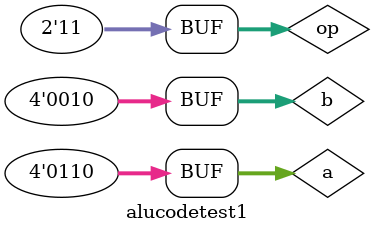
<source format=v>
`timescale 1ns / 1ps


module alucodetest1;

	// Inputs
	reg [3:0] a;
	reg [3:0] b;
	reg [1:0] op;

	// Outputs
	wire [7:0] out;

	// Instantiate the Unit Under Test (UUT)
	alucode uut (
		.a(a), 
		.b(b), 
		.op(op), 
		.out(out)
	);

	initial begin
		// Initialize Inputs
		a = 6;
		b = 2;
		op = 0;

		// Wait 100 ns for global reset to finish
		#100;
        a = 6;
		b = 2;
		op = 1;
		// Add stimulus here
		#100
		a = 6;
		b = 2;
		op = 2;
		#100
		a = 6;
		b = 2;
		op = 3;

	end
      
endmodule


</source>
